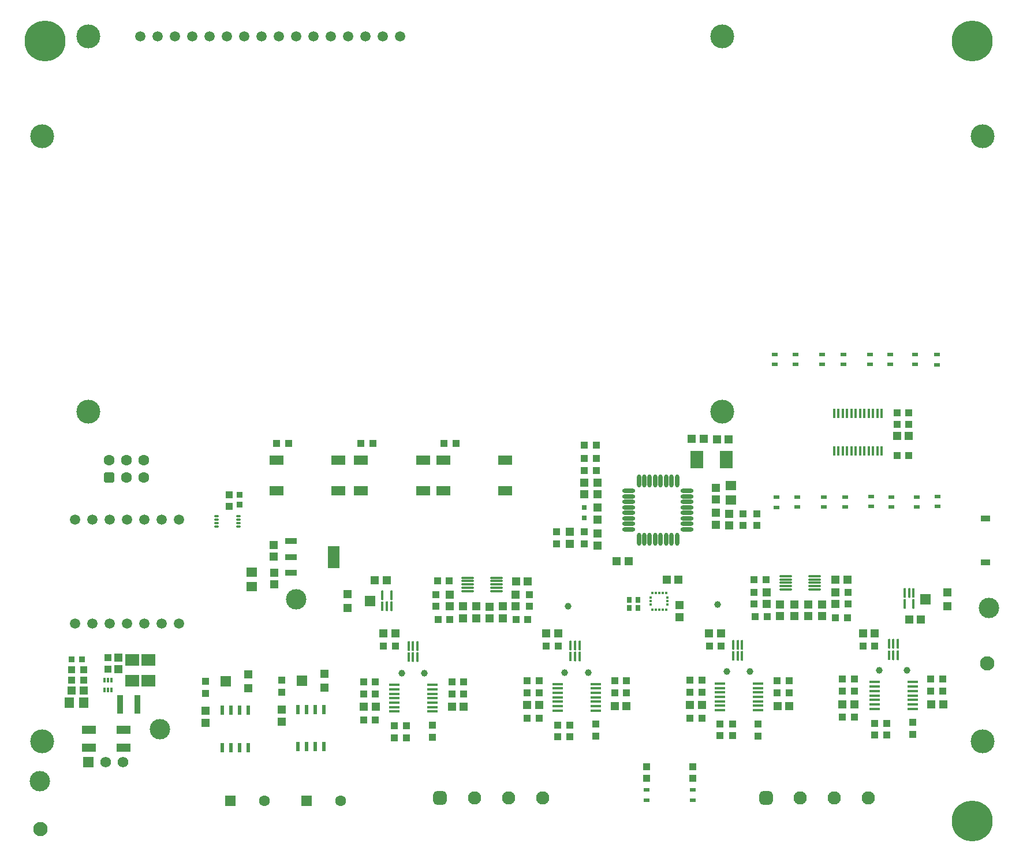
<source format=gbr>
%TF.GenerationSoftware,Altium Limited,Altium Designer,25.1.2 (22)*%
G04 Layer_Color=8388736*
%FSLAX26Y26*%
%MOIN*%
%TF.SameCoordinates,F7076460-2797-427A-AE81-16C54333DA03*%
%TF.FilePolarity,Negative*%
%TF.FileFunction,Soldermask,Top*%
%TF.Part,Single*%
G01*
G75*
%TA.AperFunction,SMDPad,CuDef*%
%ADD10O,0.031496X0.011811*%
%ADD11R,0.043307X0.041339*%
%ADD12R,0.037402X0.037402*%
%ADD13R,0.041339X0.043307*%
%ADD14R,0.062992X0.013780*%
G04:AMPARAMS|DCode=15|XSize=57.636mil|YSize=14.796mil|CornerRadius=7.398mil|HoleSize=0mil|Usage=FLASHONLY|Rotation=90.000|XOffset=0mil|YOffset=0mil|HoleType=Round|Shape=RoundedRectangle|*
%AMROUNDEDRECTD15*
21,1,0.057636,0.000000,0,0,90.0*
21,1,0.042840,0.014796,0,0,90.0*
1,1,0.014796,0.000000,0.021420*
1,1,0.014796,0.000000,-0.021420*
1,1,0.014796,0.000000,-0.021420*
1,1,0.014796,0.000000,0.021420*
%
%ADD15ROUNDEDRECTD15*%
%ADD16R,0.014796X0.057636*%
%ADD17C,0.039370*%
%ADD18R,0.031496X0.037402*%
%ADD19R,0.037402X0.037402*%
%ADD20O,0.076772X0.023622*%
%ADD21O,0.023622X0.076772*%
%ADD22R,0.082677X0.055118*%
%ADD23R,0.047244X0.045276*%
G04:AMPARAMS|DCode=24|XSize=125.984mil|YSize=68.898mil|CornerRadius=2.067mil|HoleSize=0mil|Usage=FLASHONLY|Rotation=90.000|XOffset=0mil|YOffset=0mil|HoleType=Round|Shape=RoundedRectangle|*
%AMROUNDEDRECTD24*
21,1,0.125984,0.064764,0,0,90.0*
21,1,0.121850,0.068898,0,0,90.0*
1,1,0.004134,0.032382,0.060925*
1,1,0.004134,0.032382,-0.060925*
1,1,0.004134,-0.032382,-0.060925*
1,1,0.004134,-0.032382,0.060925*
%
%ADD24ROUNDEDRECTD24*%
G04:AMPARAMS|DCode=25|XSize=35.433mil|YSize=68.898mil|CornerRadius=1.949mil|HoleSize=0mil|Usage=FLASHONLY|Rotation=90.000|XOffset=0mil|YOffset=0mil|HoleType=Round|Shape=RoundedRectangle|*
%AMROUNDEDRECTD25*
21,1,0.035433,0.065000,0,0,90.0*
21,1,0.031535,0.068898,0,0,90.0*
1,1,0.003898,0.032500,0.015768*
1,1,0.003898,0.032500,-0.015768*
1,1,0.003898,-0.032500,-0.015768*
1,1,0.003898,-0.032500,0.015768*
%
%ADD25ROUNDEDRECTD25*%
%ADD26R,0.017716X0.057087*%
%ADD27R,0.074803X0.102362*%
%ADD29C,0.118110*%
%ADD30R,0.033500X0.106000*%
%ADD31R,0.035433X0.023622*%
%ADD32R,0.045276X0.047244*%
%ADD33R,0.053150X0.064961*%
%ADD34R,0.022000X0.057500*%
%ADD35R,0.011811X0.026378*%
%ADD36R,0.059055X0.062992*%
%ADD37R,0.047244X0.047244*%
%ADD38O,0.078740X0.011811*%
%ADD39R,0.017716X0.013780*%
%ADD40R,0.013780X0.017716*%
%ADD41R,0.084646X0.068898*%
%ADD42R,0.055000X0.035000*%
%ADD43R,0.080000X0.045000*%
%ADD44R,0.027559X0.025591*%
%ADD45R,0.064961X0.053150*%
%TA.AperFunction,ComponentPad*%
%ADD49C,0.059843*%
%ADD50C,0.062992*%
G04:AMPARAMS|DCode=51|XSize=62.992mil|YSize=62.992mil|CornerRadius=15.748mil|HoleSize=0mil|Usage=FLASHONLY|Rotation=0.000|XOffset=0mil|YOffset=0mil|HoleType=Round|Shape=RoundedRectangle|*
%AMROUNDEDRECTD51*
21,1,0.062992,0.031496,0,0,0.0*
21,1,0.031496,0.062992,0,0,0.0*
1,1,0.031496,0.015748,-0.015748*
1,1,0.031496,-0.015748,-0.015748*
1,1,0.031496,-0.015748,0.015748*
1,1,0.031496,0.015748,0.015748*
%
%ADD51ROUNDEDRECTD51*%
%ADD52C,0.137795*%
G04:AMPARAMS|DCode=53|XSize=76.772mil|YSize=76.772mil|CornerRadius=19.193mil|HoleSize=0mil|Usage=FLASHONLY|Rotation=0.000|XOffset=0mil|YOffset=0mil|HoleType=Round|Shape=RoundedRectangle|*
%AMROUNDEDRECTD53*
21,1,0.076772,0.038386,0,0,0.0*
21,1,0.038386,0.076772,0,0,0.0*
1,1,0.038386,0.019193,-0.019193*
1,1,0.038386,-0.019193,-0.019193*
1,1,0.038386,-0.019193,0.019193*
1,1,0.038386,0.019193,0.019193*
%
%ADD53ROUNDEDRECTD53*%
%ADD54C,0.076772*%
%ADD55R,0.062992X0.062992*%
%ADD56R,0.061811X0.061811*%
%ADD57C,0.061811*%
%ADD58C,0.082677*%
%TA.AperFunction,FiducialPad,Global*%
%ADD69C,0.236220*%
D10*
X1132008Y2149528D02*
D03*
Y2129843D02*
D03*
X1132008Y2110157D02*
D03*
Y2090472D02*
D03*
X1257992Y2149528D02*
D03*
Y2129843D02*
D03*
Y2110157D02*
D03*
Y2090472D02*
D03*
D11*
X5060551Y2500000D02*
D03*
X5129449D02*
D03*
X3324449Y2560000D02*
D03*
X3255551D02*
D03*
Y2485000D02*
D03*
X3324449D02*
D03*
X1547110Y2570000D02*
D03*
X1478212D02*
D03*
X1965551D02*
D03*
X2034449D02*
D03*
X2443983D02*
D03*
X2512881D02*
D03*
X4241102Y1570000D02*
D03*
X4310000D02*
D03*
X3256102Y2415000D02*
D03*
X3325000D02*
D03*
X4745551Y990000D02*
D03*
X4814449D02*
D03*
X3976699Y1398468D02*
D03*
X4045597D02*
D03*
X2406936Y1775084D02*
D03*
X2475833D02*
D03*
X5060551Y2680000D02*
D03*
X5129449Y2680000D02*
D03*
X5060551Y2746693D02*
D03*
X5129449D02*
D03*
X294159Y1265000D02*
D03*
X363057D02*
D03*
X294159Y1205000D02*
D03*
X363057D02*
D03*
X5255551Y1210000D02*
D03*
X5324449D02*
D03*
X2490551Y1125000D02*
D03*
X2559449D02*
D03*
X1980551Y1195000D02*
D03*
X2049449D02*
D03*
X1980551Y975000D02*
D03*
X2049449D02*
D03*
X3430551Y1130000D02*
D03*
X3499449D02*
D03*
X2925551Y1200000D02*
D03*
X2994449D02*
D03*
X2926102Y1130000D02*
D03*
X2995000D02*
D03*
X3865551Y985000D02*
D03*
X3934449D02*
D03*
X3102881Y1398468D02*
D03*
X3033983D02*
D03*
X4774449Y1565000D02*
D03*
X4705551D02*
D03*
X3934449Y1205000D02*
D03*
X3865551D02*
D03*
X4814449Y1210000D02*
D03*
X4745551D02*
D03*
X5324449Y1140000D02*
D03*
X5255551D02*
D03*
X4436614Y1131496D02*
D03*
X4367716D02*
D03*
X4368267Y1201496D02*
D03*
X4437165D02*
D03*
X2860551Y1555000D02*
D03*
X2929449D02*
D03*
X2410551D02*
D03*
X2479449D02*
D03*
X2994449Y985000D02*
D03*
X2925551D02*
D03*
X3430551Y1200000D02*
D03*
X3499449D02*
D03*
X1980551Y1125000D02*
D03*
X2049449D02*
D03*
X2490551Y1195000D02*
D03*
X2559449D02*
D03*
X3864999Y1132677D02*
D03*
X3933897D02*
D03*
X2162881Y1398468D02*
D03*
X2093983D02*
D03*
X4745551Y1140000D02*
D03*
X4814449D02*
D03*
X4931991Y1398468D02*
D03*
X4863094D02*
D03*
X4235551Y1785000D02*
D03*
X4304449D02*
D03*
D12*
X354055Y1325000D02*
D03*
X295000D02*
D03*
D13*
X5150000Y890551D02*
D03*
Y959449D02*
D03*
X5000000Y885551D02*
D03*
Y954449D02*
D03*
X4930000D02*
D03*
Y885551D02*
D03*
X4257716Y950394D02*
D03*
Y881496D02*
D03*
X1205000Y2274449D02*
D03*
Y2205551D02*
D03*
X4250000Y2165000D02*
D03*
Y2096102D02*
D03*
X1068022Y1127283D02*
D03*
Y1196181D02*
D03*
X3615000Y635551D02*
D03*
Y704449D02*
D03*
X3882194Y635551D02*
D03*
Y704449D02*
D03*
X3320000Y880551D02*
D03*
Y949449D02*
D03*
X3170000Y875551D02*
D03*
Y944449D02*
D03*
X3100000Y875551D02*
D03*
X3100000Y944449D02*
D03*
X4037716Y882047D02*
D03*
Y950945D02*
D03*
X505000Y1334449D02*
D03*
Y1265551D02*
D03*
X2227720Y938858D02*
D03*
Y869961D02*
D03*
X2157720Y938858D02*
D03*
Y869961D02*
D03*
X1507401Y1134685D02*
D03*
Y1203583D02*
D03*
X3255000Y1990551D02*
D03*
Y2059449D02*
D03*
X3095000Y1990551D02*
D03*
Y2059449D02*
D03*
X4170000Y2096102D02*
D03*
Y2165000D02*
D03*
X4112716Y951496D02*
D03*
Y882599D02*
D03*
X4778432Y1641983D02*
D03*
Y1710880D02*
D03*
X4233432Y1641983D02*
D03*
Y1710880D02*
D03*
X2938432Y1629019D02*
D03*
Y1697917D02*
D03*
X2398432Y1629019D02*
D03*
Y1697917D02*
D03*
X2377720Y943858D02*
D03*
Y874961D02*
D03*
D14*
X4257716Y1132677D02*
D03*
Y1183858D02*
D03*
X4257716Y1158268D02*
D03*
Y1107087D02*
D03*
X4257716Y1081496D02*
D03*
X4257716Y1055906D02*
D03*
X4257716Y1030315D02*
D03*
X4037245Y1158268D02*
D03*
Y1107087D02*
D03*
X4037245Y1132677D02*
D03*
Y1183858D02*
D03*
X4037245Y1055906D02*
D03*
X4037245Y1030315D02*
D03*
Y1081496D02*
D03*
X5150471Y1140591D02*
D03*
Y1191772D02*
D03*
Y1166181D02*
D03*
Y1115000D02*
D03*
Y1089409D02*
D03*
Y1063819D02*
D03*
Y1038228D02*
D03*
X4930000Y1140591D02*
D03*
Y1115000D02*
D03*
Y1166181D02*
D03*
Y1191772D02*
D03*
Y1063819D02*
D03*
Y1038228D02*
D03*
Y1089409D02*
D03*
X3099529Y1053228D02*
D03*
Y1078819D02*
D03*
Y1027638D02*
D03*
Y1155591D02*
D03*
Y1104409D02*
D03*
Y1130000D02*
D03*
Y1181181D02*
D03*
X3320000Y1027638D02*
D03*
Y1053228D02*
D03*
Y1078819D02*
D03*
Y1104409D02*
D03*
Y1155591D02*
D03*
Y1181181D02*
D03*
Y1130000D02*
D03*
X2157484Y1073819D02*
D03*
Y1022638D02*
D03*
Y1048228D02*
D03*
Y1176181D02*
D03*
Y1150591D02*
D03*
Y1099409D02*
D03*
Y1125000D02*
D03*
X2377956Y1022638D02*
D03*
Y1048228D02*
D03*
Y1073819D02*
D03*
Y1125000D02*
D03*
Y1099409D02*
D03*
Y1150591D02*
D03*
Y1176181D02*
D03*
D15*
X5064258Y1412583D02*
D03*
X5038667Y1412583D02*
D03*
X5038667Y1348009D02*
D03*
X5064258D02*
D03*
X5013077Y1412583D02*
D03*
X4140000Y1342713D02*
D03*
X4165591D02*
D03*
Y1407287D02*
D03*
X4140000D02*
D03*
X4114409D02*
D03*
X2140591Y1630000D02*
D03*
X2115000D02*
D03*
X2089410Y1694575D02*
D03*
X2140590D02*
D03*
X5104409Y1642713D02*
D03*
X5155591D02*
D03*
X5104409Y1707287D02*
D03*
X5130000D02*
D03*
X3175248Y1403826D02*
D03*
X3200838D02*
D03*
X3226429D02*
D03*
Y1339251D02*
D03*
X3200838D02*
D03*
X2240561Y1400105D02*
D03*
X2266152D02*
D03*
X2291742D02*
D03*
Y1335531D02*
D03*
X2266152D02*
D03*
D16*
X5013077Y1348009D02*
D03*
X4114409Y1342713D02*
D03*
X2089410Y1630000D02*
D03*
X5155591Y1707287D02*
D03*
X3175248Y1339251D02*
D03*
X2240561Y1335531D02*
D03*
D17*
X4212064Y1251729D02*
D03*
X5118602Y1259983D02*
D03*
X3277207Y1248268D02*
D03*
X3160000Y1630000D02*
D03*
X4025000Y1640000D02*
D03*
X3140619Y1248268D02*
D03*
X2202668Y1243268D02*
D03*
X2330297Y1244547D02*
D03*
X4959042Y1259685D02*
D03*
X4078206Y1251729D02*
D03*
D18*
X3514410Y1620000D02*
D03*
X3565591D02*
D03*
X3514410Y1667402D02*
D03*
X3565591D02*
D03*
D19*
X1265000Y2274528D02*
D03*
Y2215472D02*
D03*
D20*
X3847323Y2263740D02*
D03*
Y2232244D02*
D03*
Y2295236D02*
D03*
X3847323Y2169252D02*
D03*
Y2137756D02*
D03*
Y2200748D02*
D03*
X3847323Y2106260D02*
D03*
Y2074764D02*
D03*
X3512677Y2137756D02*
D03*
Y2263740D02*
D03*
Y2232244D02*
D03*
X3512677Y2295236D02*
D03*
X3512677Y2200748D02*
D03*
Y2169252D02*
D03*
X3512677Y2106260D02*
D03*
Y2074764D02*
D03*
D21*
X3790236Y2352323D02*
D03*
X3695748D02*
D03*
X3727244D02*
D03*
X3664252D02*
D03*
X3758740D02*
D03*
X3695748Y2017677D02*
D03*
X3758740D02*
D03*
X3790236D02*
D03*
X3727244D02*
D03*
X3601260Y2352323D02*
D03*
X3632756D02*
D03*
X3569764D02*
D03*
X3632756Y2017677D02*
D03*
X3664252D02*
D03*
X3569764D02*
D03*
X3601260D02*
D03*
D22*
X2440866Y2296417D02*
D03*
X2799134D02*
D03*
X2440866Y2473583D02*
D03*
X2799134D02*
D03*
X1965866D02*
D03*
X1965866Y2296417D02*
D03*
X2324134Y2296417D02*
D03*
Y2473583D02*
D03*
X1835000Y2475000D02*
D03*
X1476732D02*
D03*
X1835000Y2297835D02*
D03*
X1476732D02*
D03*
D23*
X2114449Y1780000D02*
D03*
X2045551D02*
D03*
X4089449Y2595000D02*
D03*
X4020552D02*
D03*
X3441102Y1890000D02*
D03*
X3510000D02*
D03*
X5060551Y2615000D02*
D03*
X5129449D02*
D03*
X2860551Y1775000D02*
D03*
X2929449D02*
D03*
X4705551Y1785000D02*
D03*
X4774449D02*
D03*
X5130551Y1555000D02*
D03*
X5199449Y1555000D02*
D03*
X3730551Y1785000D02*
D03*
X3799449D02*
D03*
X1981102Y1050000D02*
D03*
X2050000D02*
D03*
X294820Y1144291D02*
D03*
X363718D02*
D03*
X2490551Y1050000D02*
D03*
X2559449D02*
D03*
X3865551Y1060000D02*
D03*
X3934449D02*
D03*
X4370551Y1055000D02*
D03*
X4439449D02*
D03*
X4745551Y1065000D02*
D03*
X4814449D02*
D03*
X5257520D02*
D03*
X5326417D02*
D03*
X2925551Y1060000D02*
D03*
X2994449D02*
D03*
X3430000Y1055000D02*
D03*
X3498898D02*
D03*
X3874288Y2597480D02*
D03*
X3943185D02*
D03*
X3033983Y1473468D02*
D03*
X3102881D02*
D03*
X2093983D02*
D03*
X2162881D02*
D03*
X4863094D02*
D03*
X4931992D02*
D03*
X3976148D02*
D03*
X4045045D02*
D03*
D24*
X1808032Y1915000D02*
D03*
D25*
X1561968D02*
D03*
Y2005551D02*
D03*
Y1824449D02*
D03*
D26*
X4947500Y2742284D02*
D03*
X4972500D02*
D03*
X4922500Y2742283D02*
D03*
X4847500Y2742284D02*
D03*
X4872500D02*
D03*
X4822500D02*
D03*
X4897500D02*
D03*
X4972500Y2527717D02*
D03*
X4947500D02*
D03*
X4847500D02*
D03*
X4872500D02*
D03*
X4822500D02*
D03*
X4922500D02*
D03*
X4897500D02*
D03*
X4797500Y2742284D02*
D03*
X4722500D02*
D03*
X4772500D02*
D03*
X4697500D02*
D03*
X4747500Y2742283D02*
D03*
X4772500Y2527717D02*
D03*
X4797500D02*
D03*
X4697500D02*
D03*
X4747500D02*
D03*
X4722500D02*
D03*
D27*
X3903894Y2477480D02*
D03*
X4073185D02*
D03*
D29*
X1590000Y1670000D02*
D03*
X110000Y620000D02*
D03*
X5590000Y1620000D02*
D03*
X805000Y920000D02*
D03*
D30*
X676141Y1064996D02*
D03*
X575641D02*
D03*
D31*
X4760830Y2202352D02*
D03*
Y2261407D02*
D03*
X4910000Y2205472D02*
D03*
Y2264528D02*
D03*
X4637519Y2202352D02*
D03*
Y2261407D02*
D03*
X4484519Y2202351D02*
D03*
X4484519Y2261406D02*
D03*
X4365000Y2259528D02*
D03*
X4365000Y2200472D02*
D03*
X5295000Y2205472D02*
D03*
Y2264528D02*
D03*
X3615000Y510472D02*
D03*
Y569528D02*
D03*
X4355000Y3084528D02*
D03*
Y3025472D02*
D03*
X4475748Y3084528D02*
D03*
Y3025472D02*
D03*
X4628749Y3084528D02*
D03*
Y3025472D02*
D03*
X4752059Y3084527D02*
D03*
X4752059Y3025472D02*
D03*
X4905000Y3084528D02*
D03*
Y3025472D02*
D03*
X5020000Y3025472D02*
D03*
X5020000Y3084528D02*
D03*
X5165000D02*
D03*
Y3025472D02*
D03*
X5290000Y3084055D02*
D03*
Y3025000D02*
D03*
X5028770Y2202351D02*
D03*
Y2261406D02*
D03*
X5173770Y2202352D02*
D03*
Y2261407D02*
D03*
X3882194Y569528D02*
D03*
Y510473D02*
D03*
D32*
X2478432Y1629019D02*
D03*
Y1697917D02*
D03*
X2858432Y1629019D02*
D03*
Y1697917D02*
D03*
X2708244Y1559019D02*
D03*
Y1627917D02*
D03*
X2783432Y1559571D02*
D03*
Y1628468D02*
D03*
X2553432Y1559571D02*
D03*
Y1628468D02*
D03*
X2629782Y1559571D02*
D03*
Y1628468D02*
D03*
X4308432Y1641983D02*
D03*
Y1710880D02*
D03*
X4703432Y1642534D02*
D03*
Y1711431D02*
D03*
X4548432Y1571983D02*
D03*
Y1640880D02*
D03*
X4628432Y1571983D02*
D03*
Y1640880D02*
D03*
X4383432Y1571983D02*
D03*
Y1640880D02*
D03*
X4468432Y1571983D02*
D03*
Y1640880D02*
D03*
X565000Y1265551D02*
D03*
Y1334449D02*
D03*
X3330000Y1981102D02*
D03*
Y2050000D02*
D03*
X3255000Y2275551D02*
D03*
Y2344449D02*
D03*
X3170000Y1990551D02*
D03*
Y2059449D02*
D03*
X3805716Y1567666D02*
D03*
Y1636563D02*
D03*
X4090000Y2095551D02*
D03*
Y2164449D02*
D03*
X1465000Y1755551D02*
D03*
X1465000Y1824449D02*
D03*
X1460000Y1915551D02*
D03*
Y1984449D02*
D03*
X1507401Y964685D02*
D03*
Y1033583D02*
D03*
X1068022Y957283D02*
D03*
Y1026181D02*
D03*
X3330000Y2130551D02*
D03*
Y2199449D02*
D03*
X4015000Y2245551D02*
D03*
X4015000Y2314449D02*
D03*
Y2100551D02*
D03*
X4015000Y2169449D02*
D03*
X3330000Y2275551D02*
D03*
X3330000Y2344449D02*
D03*
D33*
X281592Y1074291D02*
D03*
X364269D02*
D03*
D34*
X1163022Y814482D02*
D03*
X1213022D02*
D03*
X1163022Y1028982D02*
D03*
X1213022D02*
D03*
X1263022Y814482D02*
D03*
X1313022D02*
D03*
X1263022Y1028982D02*
D03*
X1313022D02*
D03*
X1602401Y819134D02*
D03*
X1652401D02*
D03*
X1602401Y1033634D02*
D03*
X1652401D02*
D03*
X1702402Y819134D02*
D03*
X1752401D02*
D03*
X1702402Y1033634D02*
D03*
X1752401D02*
D03*
D35*
X483923Y1204134D02*
D03*
Y1145866D02*
D03*
X523293D02*
D03*
X503608D02*
D03*
X523293Y1204134D02*
D03*
X503608D02*
D03*
D36*
X1625315Y1199134D02*
D03*
X5222913Y1670000D02*
D03*
X1185935Y1196732D02*
D03*
X2017087Y1660000D02*
D03*
D37*
X1753268Y1159764D02*
D03*
Y1238504D02*
D03*
X5350866Y1630630D02*
D03*
Y1709370D02*
D03*
X1313888Y1157362D02*
D03*
Y1236102D02*
D03*
X1889134Y1699370D02*
D03*
Y1620630D02*
D03*
D38*
X2582841Y1716029D02*
D03*
Y1775084D02*
D03*
Y1794769D02*
D03*
Y1755399D02*
D03*
Y1735714D02*
D03*
X2748195D02*
D03*
X2748195Y1716029D02*
D03*
X2748195Y1755399D02*
D03*
X2748195Y1775084D02*
D03*
Y1794769D02*
D03*
X4419329Y1725840D02*
D03*
Y1784895D02*
D03*
Y1804580D02*
D03*
Y1765210D02*
D03*
Y1745525D02*
D03*
X4584683D02*
D03*
X4584683Y1725840D02*
D03*
X4584683Y1765210D02*
D03*
X4584683Y1784895D02*
D03*
Y1804580D02*
D03*
D39*
X3639220Y1639019D02*
D03*
Y1658704D02*
D03*
Y1678389D02*
D03*
X3735677Y1639019D02*
D03*
Y1658704D02*
D03*
Y1678389D02*
D03*
D40*
X3648078Y1610475D02*
D03*
X3667764D02*
D03*
Y1706932D02*
D03*
X3648078Y1706932D02*
D03*
X3687448Y1610475D02*
D03*
X3726819D02*
D03*
X3707133D02*
D03*
X3687448Y1706932D02*
D03*
X3707133D02*
D03*
X3726819Y1706932D02*
D03*
D41*
X738608Y1199291D02*
D03*
Y1321339D02*
D03*
X643962D02*
D03*
Y1199291D02*
D03*
D42*
X5570000Y1882047D02*
D03*
Y2137953D02*
D03*
D43*
X595000Y917500D02*
D03*
Y812500D02*
D03*
X395000D02*
D03*
Y917500D02*
D03*
D44*
X3255000Y2200512D02*
D03*
Y2139488D02*
D03*
D45*
X4100000Y2243661D02*
D03*
Y2326339D02*
D03*
X1335000Y1826339D02*
D03*
Y1743661D02*
D03*
D49*
X815000Y2130000D02*
D03*
X915000Y2130000D02*
D03*
X615000Y2130000D02*
D03*
X715000D02*
D03*
X815000Y1530000D02*
D03*
X915000D02*
D03*
X615000D02*
D03*
X715000D02*
D03*
X515000Y2130000D02*
D03*
X415000Y2130000D02*
D03*
X315000Y2130000D02*
D03*
Y1530000D02*
D03*
X515000D02*
D03*
X415000D02*
D03*
X890000Y4920000D02*
D03*
X990000D02*
D03*
X690000D02*
D03*
X790000D02*
D03*
X1090000D02*
D03*
X1190000D02*
D03*
X2190000D02*
D03*
X2090000D02*
D03*
X1490000D02*
D03*
X1590000D02*
D03*
X1290000D02*
D03*
X1390000D02*
D03*
X1890000D02*
D03*
X1990000D02*
D03*
X1690000D02*
D03*
X1790000D02*
D03*
D50*
X710000Y2475000D02*
D03*
X610000Y2475000D02*
D03*
X710000Y2375000D02*
D03*
X610000D02*
D03*
X510000Y2475000D02*
D03*
X1846447Y506732D02*
D03*
X1406957Y507605D02*
D03*
D51*
X510000Y2375000D02*
D03*
D52*
X390000Y2755000D02*
D03*
X390000Y4920000D02*
D03*
X4050000D02*
D03*
Y2755000D02*
D03*
X125000Y850000D02*
D03*
X5555000D02*
D03*
Y4345000D02*
D03*
X125000D02*
D03*
D53*
X2422835Y521857D02*
D03*
X4305446D02*
D03*
D54*
X2619685D02*
D03*
X2816536D02*
D03*
X3013386D02*
D03*
X4502296D02*
D03*
X4699146D02*
D03*
X4895997D02*
D03*
D55*
X1649597Y506732D02*
D03*
X1210107Y507605D02*
D03*
D56*
X390000Y731102D02*
D03*
D57*
X490000D02*
D03*
X590000D02*
D03*
D58*
X5580000Y1300000D02*
D03*
X115000Y345000D02*
D03*
D69*
X5495000Y4895000D02*
D03*
Y390000D02*
D03*
X140000Y4895000D02*
D03*
%TF.MD5,8b5c4e2c3114b8770b70272e1ff2a27d*%
M02*

</source>
